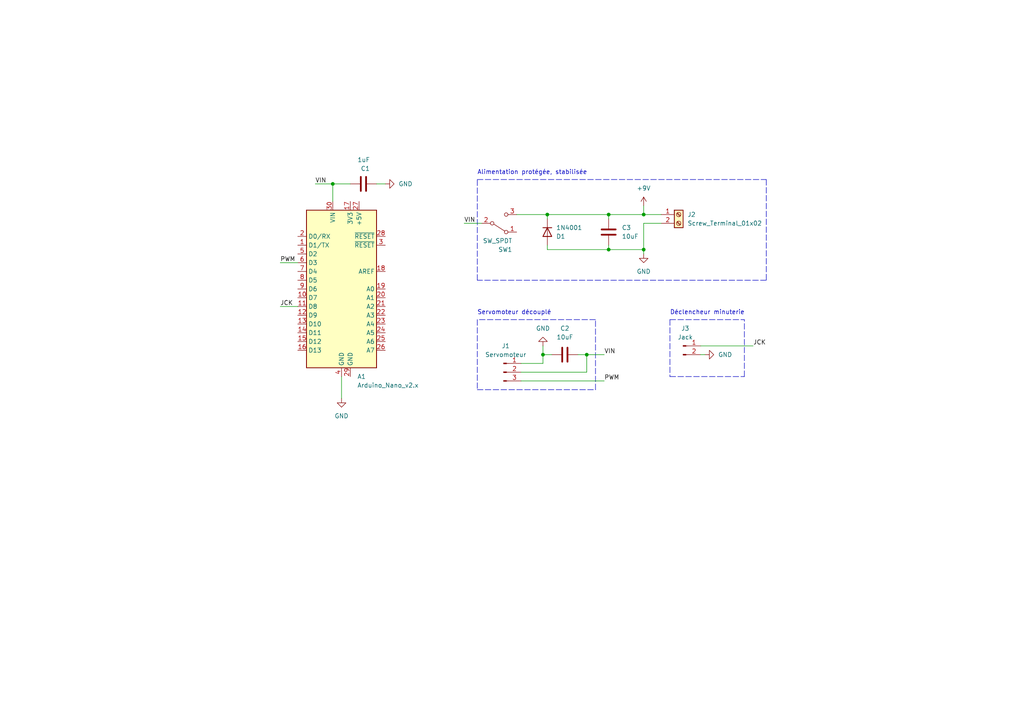
<source format=kicad_sch>
(kicad_sch (version 20211123) (generator eeschema)
  (paper "A4")
  (title_block (title "Séparation LEA") (date "2023-02-27") (rev "1") (company "Top Aéro") (comment 1 "Mohamed-iadh Bani"))
  (lib_symbols
    (symbol "Connector:Conn_01x02_Male" (pin_names (offset 1.016) hide)
      (property "Reference" "J" (at 0 2.54 0))
      (property "Value" "Conn_01x02_Male" (at 0 -5.08 0))
      (symbol "Conn_01x02_Male_1_1"
        (polyline (pts (xy 1.27 -2.54) (xy 0.8636 -2.54)) (stroke (width 0.1524)))
        (polyline (pts (xy 1.27 0) (xy 0.8636 0)) (stroke (width 0.1524)))
        (rectangle (start 0.8636 -2.413) (end 0 -2.667) (stroke (width 0.1524)) (fill (type outline)))
        (rectangle (start 0.8636 0.127) (end 0 -0.127) (stroke (width 0.1524)) (fill (type outline)))
        (pin passive line (at 5.08 0 180) (length 3.81) (name "Pin_1") (number "1"))
        (pin passive line (at 5.08 -2.54 180) (length 3.81) (name "Pin_2") (number "2"))
      )
    )
    (symbol "Connector:Conn_01x03_Male" (pin_names (offset 1.016) hide)
      (property "Reference" "J" (at 0 5.08 0))
      (property "Value" "Conn_01x03_Male" (at 0 -5.08 0))
      (symbol "Conn_01x03_Male_1_1"
        (polyline (pts (xy 1.27 -2.54) (xy 0.8636 -2.54)) (stroke (width 0.1524)))
        (polyline (pts (xy 1.27 0) (xy 0.8636 0)) (stroke (width 0.1524)))
        (polyline (pts (xy 1.27 2.54) (xy 0.8636 2.54)) (stroke (width 0.1524)))
        (rectangle (start 0.8636 -2.413) (end 0 -2.667) (stroke (width 0.1524)) (fill (type outline)))
        (rectangle (start 0.8636 0.127) (end 0 -0.127) (stroke (width 0.1524)) (fill (type outline)))
        (rectangle (start 0.8636 2.667) (end 0 2.413) (stroke (width 0.1524)) (fill (type outline)))
        (pin passive line (at 5.08 2.54 180) (length 3.81) (name "Pin_1") (number "1"))
        (pin passive line (at 5.08 0 180) (length 3.81) (name "Pin_2") (number "2"))
        (pin passive line (at 5.08 -2.54 180) (length 3.81) (name "Pin_3") (number "3"))
      )
    )
    (symbol "Connector:Screw_Terminal_01x02" (pin_names (offset 1.016) hide)
      (property "Reference" "J" (at 0 2.54 0))
      (property "Value" "Screw_Terminal_01x02" (at 0 -5.08 0))
      (symbol "Screw_Terminal_01x02_1_1"
        (rectangle (start -1.27 1.27) (end 1.27 -3.81) (stroke (width 0.254)) (fill (type background)))
        (circle (center 0 -2.54) (radius 0.635) (stroke (width 0.1524)))
        (polyline (pts (xy -0.5334 -2.2098) (xy 0.3302 -3.048)) (stroke (width 0.1524)))
        (polyline (pts (xy -0.5334 0.3302) (xy 0.3302 -0.508)) (stroke (width 0.1524)))
        (polyline (pts (xy -0.3556 -2.032) (xy 0.508 -2.8702)) (stroke (width 0.1524)))
        (polyline (pts (xy -0.3556 0.508) (xy 0.508 -0.3302)) (stroke (width 0.1524)))
        (circle (center 0 0) (radius 0.635) (stroke (width 0.1524)))
        (pin passive line (at -5.08 0 0) (length 3.81) (name "Pin_1") (number "1"))
        (pin passive line (at -5.08 -2.54 0) (length 3.81) (name "Pin_2") (number "2"))
      )
    )
    (symbol "Device:C" (pin_numbers hide) (pin_names (offset 0.254))
      (property "Reference" "C" (at 0.635 2.54 0))
      (property "Value" "C" (at 0.635 -2.54 0))
      (symbol "C_0_1"
        (polyline (pts (xy -2.032 -0.762) (xy 2.032 -0.762)) (stroke (width 0.508)))
        (polyline (pts (xy -2.032 0.762) (xy 2.032 0.762)) (stroke (width 0.508)))
      )
      (symbol "C_1_1"
        (pin passive line (at 0 3.81 270) (length 2.794) (name "~") (number "1"))
        (pin passive line (at 0 -3.81 90) (length 2.794) (name "~") (number "2"))
      )
    )
    (symbol "Diode:1N4001" (pin_numbers hide) (pin_names (offset 1.016) hide)
      (property "Reference" "D" (at 0 2.54 0))
      (property "Value" "1N4001" (at 0 -2.54 0))
      (symbol "1N4001_0_1"
        (polyline (pts (xy -1.27 1.27) (xy -1.27 -1.27)) (stroke (width 0.254)))
        (polyline (pts (xy 1.27 0) (xy -1.27 0)))
        (polyline (pts (xy 1.27 1.27) (xy 1.27 -1.27) (xy -1.27 0) (xy 1.27 1.27)) (stroke (width 0.254)))
      )
      (symbol "1N4001_1_1"
        (pin passive line (at -3.81 0 0) (length 2.54) (name "K") (number "1"))
        (pin passive line (at 3.81 0 180) (length 2.54) (name "A") (number "2"))
      )
    )
    (symbol "MCU_Module:Arduino_Nano_v2.x"
      (property "Reference" "A" (at -10.16 23.495 0))
      (property "Value" "Arduino_Nano_v2.x" (at 5.08 -24.13 0))
      (symbol "Arduino_Nano_v2.x_0_1"
        (rectangle (start -10.16 22.86) (end 10.16 -22.86) (stroke (width 0.254)) (fill (type background)))
      )
      (symbol "Arduino_Nano_v2.x_1_1"
        (pin bidirectional line (at -12.7 12.7 0) (length 2.54) (name "D1/TX") (number "1"))
        (pin bidirectional line (at -12.7 -2.54 0) (length 2.54) (name "D7") (number "10"))
        (pin bidirectional line (at -12.7 -5.08 0) (length 2.54) (name "D8") (number "11"))
        (pin bidirectional line (at -12.7 -7.62 0) (length 2.54) (name "D9") (number "12"))
        (pin bidirectional line (at -12.7 -10.16 0) (length 2.54) (name "D10") (number "13"))
        (pin bidirectional line (at -12.7 -12.7 0) (length 2.54) (name "D11") (number "14"))
        (pin bidirectional line (at -12.7 -15.24 0) (length 2.54) (name "D12") (number "15"))
        (pin bidirectional line (at -12.7 -17.78 0) (length 2.54) (name "D13") (number "16"))
        (pin power_out line (at 2.54 25.4 270) (length 2.54) (name "3V3") (number "17"))
        (pin input line (at 12.7 5.08 180) (length 2.54) (name "AREF") (number "18"))
        (pin bidirectional line (at 12.7 0 180) (length 2.54) (name "A0") (number "19"))
        (pin bidirectional line (at -12.7 15.24 0) (length 2.54) (name "D0/RX") (number "2"))
        (pin bidirectional line (at 12.7 -2.54 180) (length 2.54) (name "A1") (number "20"))
        (pin bidirectional line (at 12.7 -5.08 180) (length 2.54) (name "A2") (number "21"))
        (pin bidirectional line (at 12.7 -7.62 180) (length 2.54) (name "A3") (number "22"))
        (pin bidirectional line (at 12.7 -10.16 180) (length 2.54) (name "A4") (number "23"))
        (pin bidirectional line (at 12.7 -12.7 180) (length 2.54) (name "A5") (number "24"))
        (pin bidirectional line (at 12.7 -15.24 180) (length 2.54) (name "A6") (number "25"))
        (pin bidirectional line (at 12.7 -17.78 180) (length 2.54) (name "A7") (number "26"))
        (pin power_out line (at 5.08 25.4 270) (length 2.54) (name "+5V") (number "27"))
        (pin input line (at 12.7 15.24 180) (length 2.54) (name "~{RESET}") (number "28"))
        (pin power_in line (at 2.54 -25.4 90) (length 2.54) (name "GND") (number "29"))
        (pin input line (at 12.7 12.7 180) (length 2.54) (name "~{RESET}") (number "3"))
        (pin power_in line (at -2.54 25.4 270) (length 2.54) (name "VIN") (number "30"))
        (pin power_in line (at 0 -25.4 90) (length 2.54) (name "GND") (number "4"))
        (pin bidirectional line (at -12.7 10.16 0) (length 2.54) (name "D2") (number "5"))
        (pin bidirectional line (at -12.7 7.62 0) (length 2.54) (name "D3") (number "6"))
        (pin bidirectional line (at -12.7 5.08 0) (length 2.54) (name "D4") (number "7"))
        (pin bidirectional line (at -12.7 2.54 0) (length 2.54) (name "D5") (number "8"))
        (pin bidirectional line (at -12.7 0 0) (length 2.54) (name "D6") (number "9"))
      )
    )
    (symbol "Switch:SW_SPDT" (pin_names (offset 0) hide)
      (property "Reference" "SW" (at 0 4.318 0))
      (property "Value" "SW_SPDT" (at 0 -5.08 0))
      (symbol "SW_SPDT_0_0"
        (circle (center -2.032 0) (radius 0.508))
        (circle (center 2.032 -2.54) (radius 0.508))
      )
      (symbol "SW_SPDT_0_1"
        (polyline (pts (xy -1.524 0.254) (xy 1.651 2.286)))
        (circle (center 2.032 2.54) (radius 0.508))
      )
      (symbol "SW_SPDT_1_1"
        (pin passive line (at 5.08 2.54 180) (length 2.54) (name "A") (number "1"))
        (pin passive line (at -5.08 0 0) (length 2.54) (name "B") (number "2"))
        (pin passive line (at 5.08 -2.54 180) (length 2.54) (name "C") (number "3"))
      )
    )
    (symbol "power:+9V" (power) (pin_names (offset 0))
      (property "Value" "+9V" (at 0 3.556 0))
      (symbol "+9V_0_1"
        (polyline (pts (xy -0.762 1.27) (xy 0 2.54)))
        (polyline (pts (xy 0 0) (xy 0 2.54)))
        (polyline (pts (xy 0 2.54) (xy 0.762 1.27)))
      )
      (symbol "+9V_1_1"
        (pin power_in line (at 0 0 90) (length 0) hide (name "+9V") (number "1"))
      )
    )
    (symbol "power:GND" (power) (pin_names (offset 0))
      (property "Value" "GND" (at 0 -3.81 0))
      (symbol "GND_0_1"
        (polyline (pts (xy 0 0) (xy 0 -1.27) (xy 1.27 -1.27) (xy 0 -2.54) (xy -1.27 -1.27) (xy 0 -1.27)))
      )
      (symbol "GND_1_1"
        (pin power_in line (at 0 0 270) (length 0) hide (name "GND") (number "1"))
      )
    )
  )
  (junction (at 157.48 102.87))
  (junction (at 170.18 102.87))
  (junction (at 186.69 72.39))
  (junction (at 186.69 62.23))
  (junction (at 176.53 62.23))
  (junction (at 158.75 62.23))
  (junction (at 176.53 72.39))
  (junction (at 96.52 53.34))
  (wire (pts (xy 176.53 62.23) (xy 186.69 62.23)))
  (wire (pts (xy 170.18 102.87) (xy 175.26 102.87)))
  (wire (pts (xy 151.13 110.49) (xy 175.26 110.49)))
  (wire (pts (xy 151.13 105.41) (xy 157.48 105.41)))
  (wire (pts (xy 96.52 53.34) (xy 101.6 53.34)))
  (wire (pts (xy 157.48 102.87) (xy 160.02 102.87)))
  (wire (pts (xy 176.53 72.39) (xy 186.69 72.39)))
  (polyline (pts (xy 194.31 109.22) (xy 215.9 109.22)))
  (wire (pts (xy 186.69 59.69) (xy 186.69 62.23)))
  (polyline (pts (xy 194.31 92.71) (xy 194.31 109.22)))
  (wire (pts (xy 158.75 62.23) (xy 176.53 62.23)))
  (wire (pts (xy 186.69 62.23) (xy 191.77 62.23)))
  (polyline (pts (xy 172.72 92.71) (xy 138.43 92.71)))
  (wire (pts (xy 186.69 72.39) (xy 186.69 73.66)))
  (polyline (pts (xy 172.72 113.03) (xy 172.72 92.71)))
  (wire (pts (xy 191.77 64.77) (xy 186.69 64.77)))
  (polyline (pts (xy 138.43 92.71) (xy 138.43 113.03)))
  (polyline (pts (xy 138.43 52.07) (xy 222.25 52.07)))
  (wire (pts (xy 158.75 72.39) (xy 176.53 72.39)))
  (wire (pts (xy 109.22 53.34) (xy 111.76 53.34)))
  (wire (pts (xy 176.53 72.39) (xy 176.53 71.12)))
  (wire (pts (xy 99.06 109.22) (xy 99.06 115.57)))
  (wire (pts (xy 186.69 64.77) (xy 186.69 72.39)))
  (wire (pts (xy 167.64 102.87) (xy 170.18 102.87)))
  (wire (pts (xy 170.18 107.95) (xy 170.18 102.87)))
  (wire (pts (xy 149.86 62.23) (xy 158.75 62.23)))
  (polyline (pts (xy 222.25 81.28) (xy 138.43 81.28)))
  (wire (pts (xy 134.62 64.77) (xy 139.7 64.77)))
  (wire (pts (xy 203.2 102.87) (xy 204.47 102.87)))
  (polyline (pts (xy 138.43 113.03) (xy 172.72 113.03)))
  (wire (pts (xy 158.75 71.12) (xy 158.75 72.39)))
  (wire (pts (xy 91.44 53.34) (xy 96.52 53.34)))
  (wire (pts (xy 151.13 107.95) (xy 170.18 107.95)))
  (wire (pts (xy 81.28 76.2) (xy 86.36 76.2)))
  (wire (pts (xy 157.48 102.87) (xy 157.48 105.41)))
  (wire (pts (xy 203.2 100.33) (xy 218.44 100.33)))
  (wire (pts (xy 176.53 62.23) (xy 176.53 63.5)))
  (wire (pts (xy 158.75 62.23) (xy 158.75 63.5)))
  (wire (pts (xy 81.28 88.9) (xy 86.36 88.9)))
  (wire (pts (xy 157.48 100.33) (xy 157.48 102.87)))
  (wire (pts (xy 96.52 53.34) (xy 96.52 58.42)))
  (polyline (pts (xy 138.43 81.28) (xy 138.43 52.07)))
  (polyline (pts (xy 194.31 92.71) (xy 215.9 92.71)))
  (polyline (pts (xy 215.9 109.22) (xy 215.9 92.71)))
  (polyline (pts (xy 222.25 52.07) (xy 222.25 81.28)))
  (text "Déclencheur minuterie" (at 194.31 91.44 0) (effects (font (size 1.27 1.27)) (justify left bottom)))
  (text "Servomoteur découplé" (at 138.43 91.44 0) (effects (font (size 1.27 1.27)) (justify left bottom)))
  (text "Alimentation protégée, stabilisée" (at 138.43 50.8 0) (effects (font (size 1.27 1.27)) (justify left bottom)))
  (label "VIN" (at 91.44 53.34 0))
  (label "VIN" (at 134.62 64.77 0))
  (label "JCK" (at 81.28 88.9 0))
  (label "PWM" (at 175.26 110.49 0))
  (label "JCK" (at 218.44 100.33 0))
  (label "PWM" (at 81.28 76.2 0))
  (label "VIN" (at 175.26 102.87 0))
  (symbol (lib_id "power:+9V") (at 186.69 59.69 0) (unit 1)
    (property "Reference" "#PWR04" (effects hide))
    (property "Value" "+9V" (at 186.69 54.61 0))
  )
  (symbol (lib_id "Device:C") (at 176.53 67.31 180) (unit 1)
    (property "Reference" "C3" (at 180.34 66.0399 0) (effects (justify right)))
    (property "Value" "10uF" (at 180.34 68.5799 0) (effects (justify right)))
    (property "Footprint" "Capacitor_THT:C_Radial_D6.3mm_H5.0mm_P2.50mm" (effects hide))
  )
  (symbol (lib_id "Connector:Screw_Terminal_01x02") (at 196.85 62.23 0) (unit 1)
    (property "Reference" "J2" (at 199.39 62.2299 0) (effects (justify left)))
    (property "Value" "Screw_Terminal_01x02" (at 199.39 64.7699 0) (effects (justify left)))
    (property "Footprint" "TerminalBlock_Phoenix:TerminalBlock_Phoenix_MKDS-1,5-2-5.08_1x02_P5.08mm_Horizontal" (effects hide))
  )
  (symbol (lib_id "power:GND") (at 99.06 115.57 0) (unit 1)
    (property "Reference" "#PWR01" (effects hide))
    (property "Value" "GND" (at 99.06 120.65 0))
  )
  (symbol (lib_id "Connector:Conn_01x03_Male") (at 146.05 107.95 0) (unit 1)
    (property "Reference" "J1" (at 146.685 100.33 0))
    (property "Value" "Servomoteur" (at 146.685 102.87 0))
    (property "Footprint" "Connector_JST:JST_XH_B3B-XH-A_1x03_P2.50mm_Vertical" (effects hide))
  )
  (symbol (lib_id "Device:C") (at 105.41 53.34 90) (unit 1)
    (property "Reference" "C1" (at 107.315 48.8951 90) (effects (justify left)))
    (property "Value" "1uF" (at 107.315 46.3551 90) (effects (justify left)))
    (property "Footprint" "Capacitor_THT:C_Axial_L3.8mm_D2.6mm_P7.50mm_Horizontal" (effects hide))
  )
  (symbol (lib_id "Device:C") (at 163.83 102.87 90) (unit 1)
    (property "Reference" "C2" (at 163.83 95.25 90))
    (property "Value" "10uF" (at 163.83 97.79 90))
    (property "Footprint" "Capacitor_THT:C_Radial_D6.3mm_H5.0mm_P2.50mm" (effects hide))
  )
  (symbol (lib_id "power:GND") (at 186.69 73.66 0) (unit 1)
    (property "Reference" "#PWR05" (effects hide))
    (property "Value" "GND" (at 186.69 78.74 0))
  )
  (symbol (lib_id "Diode:1N4001") (at 158.75 67.31 90) (mirror x) (unit 1)
    (property "Reference" "D1" (at 161.29 68.5801 90) (effects (justify right)))
    (property "Value" "1N4001" (at 161.29 66.0401 90) (effects (justify right)))
    (property "Footprint" "Diode_THT:D_DO-41_SOD81_P10.16mm_Horizontal" (effects hide))
    (property "Datasheet" "http://www.vishay.com/docs/88503/1n4001.pdf" (effects hide))
  )
  (symbol (lib_id "power:GND") (at 111.76 53.34 90) (unit 1)
    (property "Reference" "#PWR02" (effects hide))
    (property "Value" "GND" (at 115.57 53.3399 90) (effects (justify right)))
  )
  (symbol (lib_id "power:GND") (at 204.47 102.87 90) (unit 1)
    (property "Reference" "#PWR06" (effects hide))
    (property "Value" "GND" (at 208.28 102.8699 90) (effects (justify right)))
  )
  (symbol (lib_id "Switch:SW_SPDT") (at 144.78 64.77 0) (mirror x) (unit 1)
    (property "Reference" "SW1" (at 148.59 72.39 0) (effects (justify right)))
    (property "Value" "SW_SPDT" (at 148.59 69.85 0) (effects (justify right)))
    (property "Footprint" "Button_Switch_THT:SW_E-Switch_EG1224_SPDT_Angled" (effects hide))
  )
  (symbol (lib_id "Connector:Conn_01x02_Male") (at 198.12 100.33 0) (unit 1)
    (property "Reference" "J3" (at 198.755 95.25 0))
    (property "Value" "Jack" (at 198.755 97.79 0))
    (property "Footprint" "Connector_JST:JST_XH_B2B-XH-A_1x02_P2.50mm_Vertical" (effects hide))
  )
  (symbol (lib_id "MCU_Module:Arduino_Nano_v2.x") (at 99.06 83.82 0) (unit 1)
    (property "Reference" "A1" (at 103.6194 109.22 0) (effects (justify left)))
    (property "Value" "Arduino_Nano_v2.x" (at 103.6194 111.76 0) (effects (justify left)))
    (property "Footprint" "Module:Arduino_Nano" (effects hide))
    (property "Datasheet" "https://www.arduino.cc/en/uploads/Main/ArduinoNanoManual23.pdf" (effects hide))
  )
  (symbol (lib_id "power:GND") (at 157.48 100.33 180) (unit 1)
    (property "Reference" "#PWR03" (effects hide))
    (property "Value" "GND" (at 157.48 95.25 0))
  )
)
</source>
